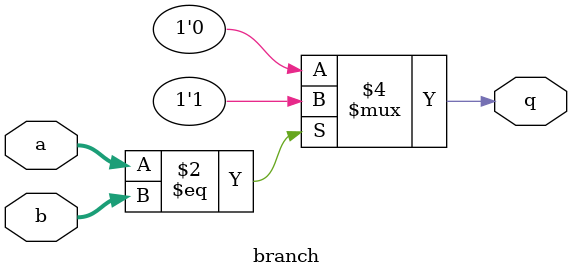
<source format=v>
module branch(a,b,q);
  
  input [31:0] a,b;
  output q;
  reg q;
  
  always @(a,b) begin
    if (a==b)
      q = 1'b1;
    else
      q = 1'b0;
  end
endmodule

</source>
